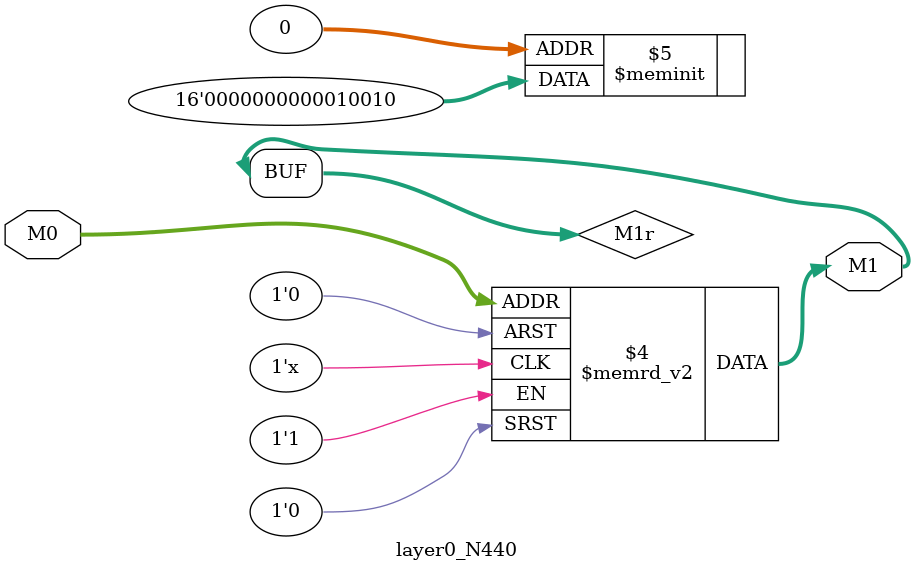
<source format=v>
module layer0_N440 ( input [2:0] M0, output [1:0] M1 );

	(*rom_style = "distributed" *) reg [1:0] M1r;
	assign M1 = M1r;
	always @ (M0) begin
		case (M0)
			3'b000: M1r = 2'b10;
			3'b100: M1r = 2'b00;
			3'b010: M1r = 2'b01;
			3'b110: M1r = 2'b00;
			3'b001: M1r = 2'b00;
			3'b101: M1r = 2'b00;
			3'b011: M1r = 2'b00;
			3'b111: M1r = 2'b00;

		endcase
	end
endmodule

</source>
